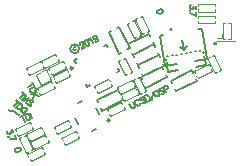
<source format=gto>
G04*
G04 #@! TF.GenerationSoftware,Altium Limited,Altium Designer,19.0.15 (446)*
G04*
G04 Layer_Color=65535*
%FSLAX42Y42*%
%MOMM*%
G71*
G01*
G75*
%ADD10C,0.30*%
%ADD11C,0.25*%
%ADD12C,0.15*%
%ADD13C,0.13*%
%ADD14C,0.10*%
%ADD15C,0.20*%
%ADD16C,0.15*%
%ADD17C,0.05*%
D10*
X-160Y175D02*
G03*
X-160Y175I-5J0D01*
G01*
D11*
X-537Y297D02*
G03*
X-537Y297I-2J0D01*
G01*
X-1366Y-31D02*
G03*
X-1366Y-31I-10J0D01*
G01*
D12*
X-1822Y-431D02*
G03*
X-1912Y-390I-91J-79D01*
G01*
X-462Y148D02*
X-427Y123D01*
X-403Y158D01*
X-441Y202D02*
X-427Y123D01*
X-451Y89D02*
X-442Y90D01*
X-412Y96D02*
X-402Y97D01*
X-491Y82D02*
X-481Y83D01*
X-373Y103D02*
X-363Y104D01*
X-333Y109D02*
X-323Y111D01*
X-530Y75D02*
X-520Y77D01*
X-570Y68D02*
X-560Y70D01*
X-576Y46D02*
X-574Y37D01*
X-571Y17D02*
X-569Y7D01*
X-294Y116D02*
X-284Y118D01*
X-261Y102D02*
X-259Y92D01*
X-256Y72D02*
X-254Y63D01*
X-585Y-16D02*
X-487Y1D01*
X-630Y240D02*
X-585Y-16D01*
X-630Y240D02*
X-601Y245D01*
X-329Y29D02*
X-231Y46D01*
X-276Y302D02*
X-231Y46D01*
X-305Y297D02*
X-276Y302D01*
X-250Y43D02*
X-242Y-6D01*
X-321Y-20D02*
X-242Y-6D01*
X-557Y-62D02*
X-478Y-48D01*
X-566Y-13D02*
X-557Y-62D01*
D13*
X-1313Y132D02*
G03*
X-1313Y132I-38J0D01*
G01*
X-1347Y146D02*
G03*
X-1337Y125I-3J-14D01*
G01*
X-1353Y36D02*
X-1342Y13D01*
X-1353Y36D02*
X-1330Y47D01*
X-1105Y156D02*
X-1083Y167D01*
X-1072Y145D01*
X-1254Y-167D02*
X-1243Y-189D01*
X-1220Y-178D01*
X-984Y-35D02*
X-973Y-57D01*
X-996Y-68D02*
X-973Y-57D01*
X-1170Y-367D02*
X-1143Y-421D01*
X-1350Y-455D02*
X-1323Y-509D01*
X-1321Y-330D02*
X-1286Y-313D01*
X-1208Y-564D02*
X-1172Y-546D01*
X-605Y455D02*
X-609Y461D01*
X-617Y465D01*
X-629Y465D01*
X-636Y464D01*
X-648Y459D01*
X-654Y453D01*
X-655Y446D01*
X-654Y441D01*
X-650Y434D01*
X-643Y431D01*
X-630Y430D01*
X-623Y432D01*
X-612Y436D01*
X-605Y442D01*
X-604Y450D01*
X-605Y455D01*
X-327Y498D02*
Y471D01*
X-346Y486D01*
Y478D01*
X-348Y473D01*
X-351Y471D01*
X-358Y469D01*
X-363D01*
X-370Y471D01*
X-375Y476D01*
X-378Y483D01*
Y490D01*
X-375Y498D01*
X-373Y500D01*
X-368Y503D01*
X-373Y455D02*
X-375Y457D01*
X-378Y455D01*
X-375Y452D01*
X-373Y455D01*
X-327Y407D02*
X-378Y432D01*
X-327Y441D02*
Y407D01*
X-1307Y168D02*
X-1308Y170D01*
X-1308Y176D01*
X-1307Y179D01*
X-1304Y183D01*
X-1295Y187D01*
X-1290Y187D01*
X-1287Y186D01*
X-1282Y183D01*
X-1280Y179D01*
X-1280Y173D01*
X-1281Y165D01*
X-1292Y132D01*
X-1262Y147D01*
X-1261Y204D02*
X-1267Y199D01*
X-1268Y190D01*
X-1265Y178D01*
X-1261Y172D01*
X-1254Y162D01*
X-1246Y157D01*
X-1239Y158D01*
X-1234Y161D01*
X-1229Y166D01*
X-1228Y175D01*
X-1231Y186D01*
X-1234Y193D01*
X-1242Y203D01*
X-1249Y207D01*
X-1257Y206D01*
X-1261Y204D01*
X-1229Y209D02*
X-1226Y213D01*
X-1223Y223D01*
X-1200Y177D01*
X-1164Y232D02*
X-1163Y225D01*
X-1166Y218D01*
X-1171Y213D01*
X-1173Y212D01*
X-1181Y211D01*
X-1187Y213D01*
X-1193Y219D01*
X-1194Y221D01*
X-1195Y228D01*
X-1192Y235D01*
X-1187Y240D01*
X-1185Y241D01*
X-1177Y242D01*
X-1171Y240D01*
X-1164Y232D01*
X-1159Y222D01*
X-1156Y210D01*
X-1157Y201D01*
X-1163Y196D01*
X-1167Y193D01*
X-1174Y192D01*
X-1179Y196D01*
X-889Y-332D02*
X-874Y-365D01*
X-868Y-370D01*
X-862Y-373D01*
X-854Y-372D01*
X-850Y-369D01*
X-844Y-364D01*
X-842Y-358D01*
X-843Y-350D01*
X-859Y-317D01*
X-808Y-306D02*
X-813Y-303D01*
X-819Y-301D01*
X-825Y-301D01*
X-833Y-305D01*
X-837Y-309D01*
X-839Y-316D01*
X-839Y-321D01*
X-838Y-329D01*
X-833Y-340D01*
X-827Y-345D01*
X-823Y-348D01*
X-816Y-351D01*
X-811Y-351D01*
X-802Y-346D01*
X-799Y-342D01*
X-797Y-336D01*
X-797Y-330D01*
X-767Y-281D02*
X-774Y-279D01*
X-781Y-280D01*
X-790Y-284D01*
X-796Y-289D01*
X-798Y-296D01*
X-796Y-300D01*
X-791Y-303D01*
X-788Y-304D01*
X-783Y-304D01*
X-768Y-302D01*
X-762Y-303D01*
X-759Y-304D01*
X-755Y-307D01*
X-751Y-313D01*
X-754Y-320D01*
X-759Y-325D01*
X-768Y-329D01*
X-775Y-331D01*
X-782Y-328D01*
X-760Y-269D02*
X-738Y-315D01*
X-760Y-269D02*
X-745Y-262D01*
X-737Y-261D01*
X-731Y-263D01*
X-727Y-266D01*
X-721Y-272D01*
X-716Y-283D01*
X-715Y-290D01*
X-715Y-296D01*
X-717Y-302D01*
X-723Y-308D01*
X-738Y-315D01*
X-694Y-302D02*
X-689Y-235D01*
X-673Y-227D02*
X-676Y-231D01*
X-679Y-238D01*
X-679Y-243D01*
X-678Y-251D01*
X-672Y-261D01*
X-667Y-267D01*
X-663Y-270D01*
X-656Y-272D01*
X-651Y-272D01*
X-642Y-268D01*
X-639Y-264D01*
X-637Y-257D01*
X-637Y-252D01*
X-638Y-244D01*
X-643Y-234D01*
X-648Y-228D01*
X-653Y-225D01*
X-659Y-223D01*
X-664Y-223D01*
X-673Y-227D01*
X-607Y-203D02*
X-614Y-200D01*
X-621Y-201D01*
X-630Y-206D01*
X-635Y-211D01*
X-638Y-218D01*
X-635Y-222D01*
X-631Y-225D01*
X-628Y-226D01*
X-622Y-226D01*
X-607Y-224D01*
X-602Y-224D01*
X-599Y-225D01*
X-594Y-229D01*
X-591Y-235D01*
X-593Y-242D01*
X-599Y-247D01*
X-608Y-251D01*
X-615Y-252D01*
X-622Y-250D01*
X-588Y-215D02*
X-569Y-206D01*
X-563Y-200D01*
X-562Y-197D01*
X-562Y-192D01*
X-565Y-185D01*
X-570Y-182D01*
X-573Y-181D01*
X-581Y-182D01*
X-600Y-191D01*
X-578Y-237D01*
X-1811Y-710D02*
X-1816Y-705D01*
X-1825Y-704D01*
X-1837Y-707D01*
X-1844Y-710D01*
X-1853Y-717D01*
X-1858Y-725D01*
X-1857Y-733D01*
X-1855Y-737D01*
X-1849Y-742D01*
X-1841Y-744D01*
X-1829Y-740D01*
X-1822Y-737D01*
X-1812Y-730D01*
X-1808Y-722D01*
X-1809Y-715D01*
X-1811Y-710D01*
X-1885Y-550D02*
X-1873Y-574D01*
X-1897Y-569D01*
X-1894Y-576D01*
X-1894Y-581D01*
X-1895Y-584D01*
X-1900Y-590D01*
X-1905Y-592D01*
X-1912Y-593D01*
X-1919Y-591D01*
X-1924Y-585D01*
X-1927Y-579D01*
X-1928Y-571D01*
X-1927Y-568D01*
X-1924Y-563D01*
X-1907Y-608D02*
X-1910Y-607D01*
X-1912Y-611D01*
X-1908Y-612D01*
X-1907Y-608D01*
X-1845Y-631D02*
X-1901Y-631D01*
X-1860Y-600D02*
X-1845Y-631D01*
X-1702Y-167D02*
X-1748Y-188D01*
X-1709Y-151D02*
X-1695Y-182D01*
X-1688Y-226D02*
X-1685Y-221D01*
X-1682Y-215D01*
X-1682Y-210D01*
X-1686Y-201D01*
X-1690Y-197D01*
X-1697Y-195D01*
X-1702Y-195D01*
X-1710Y-196D01*
X-1721Y-201D01*
X-1726Y-206D01*
X-1730Y-210D01*
X-1732Y-217D01*
X-1732Y-222D01*
X-1728Y-231D01*
X-1724Y-234D01*
X-1718Y-237D01*
X-1712Y-237D01*
X-1671Y-234D02*
X-1717Y-255D01*
X-1657Y-264D02*
X-1702Y-248D01*
X-1686Y-254D02*
X-1703Y-285D01*
X-1783Y-247D02*
X-1814Y-288D01*
X-1797Y-237D02*
X-1770Y-258D01*
X-1765Y-261D02*
X-1796Y-302D01*
X-1765Y-261D02*
X-1780Y-314D01*
X-1734Y-285D02*
X-1780Y-314D01*
X-1734Y-285D02*
X-1765Y-325D01*
X-1700Y-320D02*
X-1701Y-313D01*
X-1705Y-307D01*
X-1713Y-301D01*
X-1720Y-299D01*
X-1727Y-300D01*
X-1730Y-303D01*
X-1731Y-309D01*
X-1731Y-312D01*
X-1728Y-317D01*
X-1720Y-330D01*
X-1717Y-334D01*
X-1717Y-338D01*
X-1718Y-343D01*
X-1722Y-349D01*
X-1729Y-350D01*
X-1736Y-347D01*
X-1744Y-341D01*
X-1748Y-335D01*
X-1749Y-328D01*
X-1833Y-315D02*
X-1864Y-355D01*
X-1846Y-305D02*
X-1820Y-326D01*
X-1815Y-329D02*
X-1846Y-370D01*
X-1815Y-329D02*
X-1801Y-340D01*
X-1797Y-346D01*
X-1796Y-353D01*
X-1797Y-358D01*
X-1800Y-365D01*
X-1807Y-375D01*
X-1814Y-379D01*
X-1819Y-382D01*
X-1825Y-382D01*
X-1833Y-380D01*
X-1846Y-370D01*
X-1768Y-366D02*
X-1773Y-365D01*
X-1780Y-366D01*
X-1785Y-368D01*
X-1791Y-372D01*
X-1798Y-382D01*
X-1801Y-389D01*
X-1802Y-395D01*
X-1801Y-401D01*
X-1799Y-406D01*
X-1791Y-412D01*
X-1786Y-413D01*
X-1779Y-412D01*
X-1774Y-410D01*
X-1768Y-406D01*
X-1760Y-396D01*
X-1758Y-389D01*
X-1757Y-384D01*
X-1758Y-377D01*
X-1760Y-372D01*
X-1768Y-366D01*
X-1795Y-439D02*
X-1772Y-485D01*
X-1810Y-447D02*
X-1779Y-432D01*
X-1774Y-429D02*
X-1752Y-475D01*
X-1774Y-429D02*
X-1759Y-422D01*
X-1751Y-421D01*
X-1745Y-423D01*
X-1740Y-426D01*
X-1735Y-432D01*
X-1730Y-443D01*
X-1729Y-450D01*
X-1729Y-456D01*
X-1731Y-462D01*
X-1736Y-468D01*
X-1752Y-475D01*
X-1733Y-410D02*
X-1711Y-455D01*
D14*
X-1544Y-110D02*
G03*
X-1544Y-110I-5J0D01*
G01*
X-145Y197D02*
X5D01*
X-145Y220D02*
X-105D01*
Y260D01*
X-320Y-99D02*
X-311Y-117D01*
X-185Y-56D01*
X-194Y-38D02*
X-185Y-56D01*
X-214Y2D02*
X-205Y-16D01*
X-340Y-59D02*
X-214Y2D01*
X-340Y-59D02*
X-331Y-77D01*
X-227Y50D02*
X-209Y59D01*
X-227Y50D02*
X-166Y-76D01*
X-148Y-67D01*
X-126Y-56D02*
X-108Y-47D01*
X-169Y78D02*
X-108Y-47D01*
X-187Y70D02*
X-169Y78D01*
X-738Y274D02*
X-720Y283D01*
X-781Y409D02*
X-720Y283D01*
X-799Y400D02*
X-781Y409D01*
X-840Y380D02*
X-822Y389D01*
X-840Y380D02*
X-779Y254D01*
X-761Y263D01*
X-305Y445D02*
X-305Y465D01*
X-305Y445D02*
X-165D01*
Y465D01*
X-165Y490D02*
X-165Y510D01*
X-305D02*
X-165D01*
X-305Y490D02*
Y510D01*
X-1669Y-199D02*
X-1660Y-217D01*
X-1669Y-199D02*
X-1548Y-140D01*
X-1539Y-158D01*
X-1528Y-181D02*
X-1519Y-199D01*
X-1641Y-258D02*
X-1519Y-199D01*
X-1649Y-240D02*
X-1641Y-258D01*
X-926Y-93D02*
X-908Y-84D01*
X-985Y29D02*
X-926Y-93D01*
X-985Y29D02*
X-967Y37D01*
X-944Y48D02*
X-926Y57D01*
X-867Y-64D01*
X-885Y-73D02*
X-867Y-64D01*
X-1432Y-12D02*
X-1424Y-30D01*
X-1545Y-89D02*
X-1424Y-30D01*
X-1554Y-71D02*
X-1545Y-89D01*
X-1573Y-30D02*
X-1565Y-48D01*
X-1573Y-30D02*
X-1452Y29D01*
X-1443Y11D01*
X-1397Y-83D02*
X-1389Y-101D01*
X-1510Y-161D02*
X-1389Y-101D01*
X-1519Y-143D02*
X-1510Y-161D01*
X-1538Y-102D02*
X-1530Y-120D01*
X-1538Y-102D02*
X-1417Y-43D01*
X-1408Y-61D01*
X-1494Y47D02*
X-1486Y29D01*
X-1607Y-30D02*
X-1486Y29D01*
X-1616Y-12D02*
X-1607Y-30D01*
X-1635Y28D02*
X-1627Y10D01*
X-1635Y28D02*
X-1514Y88D01*
X-1505Y70D01*
X-303Y391D02*
X-303Y411D01*
X-167Y411D01*
Y391D02*
Y411D01*
Y346D02*
Y366D01*
X-303Y346D02*
X-167D01*
X-303D02*
X-303Y366D01*
X-936Y-360D02*
X-928Y-378D01*
X-1049Y-437D02*
X-928Y-378D01*
X-1058Y-419D02*
X-1049Y-437D01*
X-1078Y-379D02*
X-1069Y-397D01*
X-1078Y-379D02*
X-956Y-320D01*
X-947Y-337D01*
X-821Y-114D02*
X-803Y-105D01*
X-744Y-226D01*
X-761Y-235D02*
X-744Y-226D01*
X-802Y-255D02*
X-784Y-246D01*
X-861Y-134D02*
X-802Y-255D01*
X-861Y-134D02*
X-843Y-125D01*
X-819Y-236D02*
X-810Y-254D01*
X-932Y-313D02*
X-810Y-254D01*
X-940Y-295D02*
X-932Y-313D01*
X-960Y-255D02*
X-951Y-273D01*
X-960Y-255D02*
X-839Y-195D01*
X-830Y-213D01*
X-1763Y-749D02*
X-1745Y-740D01*
X-1824Y-623D02*
X-1763Y-749D01*
X-1824Y-623D02*
X-1806Y-614D01*
X-1784Y-603D02*
X-1766Y-594D01*
X-1704Y-720D01*
X-1722Y-729D02*
X-1704Y-720D01*
X-850Y223D02*
X-832Y231D01*
X-910Y344D02*
X-850Y223D01*
X-910Y344D02*
X-892Y353D01*
X-869Y364D02*
X-851Y372D01*
X-792Y251D01*
X-810Y242D02*
X-792Y251D01*
X-49Y350D02*
X-29Y350D01*
Y215D02*
Y350D01*
X-49Y215D02*
X-29D01*
X-94D02*
X-74D01*
X-94D02*
Y350D01*
X-74D01*
X-867Y-131D02*
X-858Y-149D01*
X-993Y-193D02*
X-867Y-131D01*
X-993Y-193D02*
X-984Y-211D01*
X-973Y-233D02*
X-964Y-251D01*
X-839Y-190D01*
X-847Y-172D02*
X-839Y-190D01*
X-1045Y-167D02*
X-1036Y-185D01*
X-1157Y-245D02*
X-1036Y-185D01*
X-1166Y-227D02*
X-1157Y-245D01*
X-1186Y-186D02*
X-1177Y-204D01*
X-1186Y-186D02*
X-1065Y-127D01*
X-1056Y-145D01*
X-1858Y-547D02*
X-1849Y-565D01*
X-1858Y-547D02*
X-1732Y-486D01*
X-1723Y-504D01*
X-1713Y-527D02*
X-1704Y-544D01*
X-1830Y-606D02*
X-1704Y-544D01*
X-1838Y-588D02*
X-1830Y-606D01*
X-1760Y-589D02*
X-1751Y-607D01*
X-1760Y-589D02*
X-1634Y-527D01*
X-1625Y-545D01*
X-1615Y-568D02*
X-1606Y-586D01*
X-1732Y-647D02*
X-1606Y-586D01*
X-1740Y-629D02*
X-1732Y-647D01*
X-1725Y-661D02*
X-1716Y-679D01*
X-1725Y-661D02*
X-1599Y-599D01*
X-1590Y-617D01*
X-1579Y-640D02*
X-1571Y-658D01*
X-1697Y-719D02*
X-1571Y-658D01*
X-1705Y-701D02*
X-1697Y-719D01*
X-1607Y-742D02*
X-1599Y-760D01*
X-1724Y-822D02*
X-1599Y-760D01*
X-1733Y-804D02*
X-1724Y-822D01*
X-1753Y-763D02*
X-1744Y-781D01*
X-1753Y-763D02*
X-1627Y-702D01*
X-1618Y-720D01*
X-1463Y-622D02*
X-1454Y-640D01*
X-1463Y-622D02*
X-1342Y-563D01*
X-1333Y-581D01*
X-1322Y-603D02*
X-1313Y-621D01*
X-1435Y-680D02*
X-1313Y-621D01*
X-1443Y-662D02*
X-1435Y-680D01*
X-1408Y-472D02*
X-1399Y-490D01*
X-1529Y-532D02*
X-1408Y-472D01*
X-1529Y-532D02*
X-1520Y-550D01*
X-1509Y-572D02*
X-1501Y-590D01*
X-1379Y-531D01*
X-1388Y-513D02*
X-1379Y-531D01*
X-1744Y-74D02*
X-1735Y-92D01*
X-1609Y-31D01*
X-1618Y-13D02*
X-1609Y-31D01*
X-1638Y27D02*
X-1629Y9D01*
X-1764Y-34D02*
X-1638Y27D01*
X-1764Y-34D02*
X-1755Y-52D01*
D15*
X-1055Y-475D02*
G03*
X-1055Y-475I-10J0D01*
G01*
D16*
X-537Y-139D02*
X-528Y-157D01*
X-537Y-139D02*
X-357Y-51D01*
X-348Y-69D01*
X-322Y-123D02*
X-313Y-141D01*
X-493Y-229D02*
X-313Y-141D01*
X-502Y-211D02*
X-493Y-229D01*
X-793Y-108D02*
X-784Y-126D01*
X-793Y-108D02*
X-613Y-21D01*
X-604Y-39D01*
X-578Y-93D02*
X-569Y-111D01*
X-749Y-198D02*
X-569Y-111D01*
X-758Y-180D02*
X-749Y-198D01*
X-1163Y-301D02*
X-1154Y-319D01*
X-1163Y-301D02*
X-983Y-213D01*
X-974Y-231D01*
X-948Y-285D02*
X-939Y-303D01*
X-1119Y-391D02*
X-939Y-303D01*
X-1128Y-373D02*
X-1119Y-391D01*
X-1063Y271D02*
X-1045Y280D01*
X-1063Y271D02*
X-976Y91D01*
X-958Y100D01*
X-904Y126D02*
X-886Y135D01*
X-973Y315D02*
X-886Y135D01*
X-991Y306D02*
X-973Y315D01*
X-724Y258D02*
X-715Y240D01*
X-903Y171D02*
X-724Y258D01*
X-903Y171D02*
X-895Y153D01*
X-868Y99D02*
X-859Y81D01*
X-680Y169D01*
X-688Y187D02*
X-680Y169D01*
X-680Y169D02*
X-671Y151D01*
X-859Y81D02*
X-680Y169D01*
X-859Y81D02*
X-851Y63D01*
X-824Y9D02*
X-816Y-9D01*
X-636Y79D01*
X-645Y97D02*
X-636Y79D01*
X-636Y79D02*
X-627Y61D01*
X-816Y-9D02*
X-636Y79D01*
X-816Y-9D02*
X-807Y-27D01*
X-781Y-81D02*
X-772Y-99D01*
X-592Y-11D01*
X-601Y7D02*
X-592Y-11D01*
D17*
X-1639Y-176D02*
X-1549Y-132D01*
X-1593Y-42D02*
X-1549Y-132D01*
X-1682Y-86D02*
X-1639Y-176D01*
X-1682Y-86D02*
X-1593Y-42D01*
M02*

</source>
